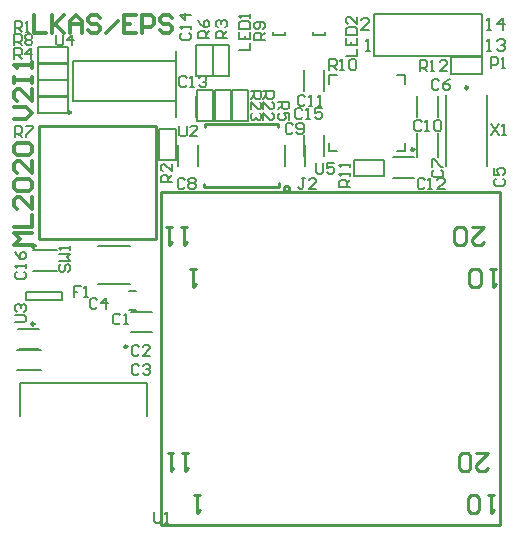
<source format=gto>
G04*
G04 #@! TF.GenerationSoftware,Altium Limited,Altium Designer,21.0.8 (223)*
G04*
G04 Layer_Color=65535*
%FSLAX25Y25*%
%MOIN*%
G70*
G04*
G04 #@! TF.SameCoordinates,AE60A7D3-7942-428E-9249-63F1B2AFBED3*
G04*
G04*
G04 #@! TF.FilePolarity,Positive*
G04*
G01*
G75*
%ADD10C,0.00984*%
%ADD11C,0.01000*%
%ADD12C,0.00787*%
%ADD13C,0.00600*%
%ADD14C,0.01200*%
D10*
X344190Y344807D02*
G03*
X344190Y344807I-492J0D01*
G01*
X362192Y365435D02*
G03*
X362192Y365435I-492J0D01*
G01*
X217652Y286648D02*
G03*
X217652Y286648I-492J0D01*
G01*
X229785Y357200D02*
G03*
X229785Y357200I-492J0D01*
G01*
X248626Y279084D02*
G03*
X248626Y279084I-492J0D01*
G01*
D11*
X302830Y331600D02*
G03*
X302830Y331600I-1000J0D01*
G01*
X218004Y312687D02*
G03*
X218004Y312687I-700J0D01*
G01*
X298930Y352300D02*
Y353200D01*
X274530D02*
X298930D01*
X274530Y352200D02*
Y353200D01*
X274330Y332400D02*
Y333300D01*
Y332400D02*
X299330D01*
Y333600D01*
X219216Y314914D02*
Y352688D01*
Y314914D02*
X258192D01*
X219216Y352688D02*
X258192D01*
Y314914D02*
Y352688D01*
X373011Y219772D02*
Y330772D01*
X260011Y219772D02*
X373011D01*
X260011D02*
Y330772D01*
X373011D01*
X371010Y229772D02*
X369011D01*
X370011D01*
Y223774D01*
X371010Y224774D01*
X366012D02*
X365012Y223774D01*
X363013D01*
X362013Y224774D01*
Y228773D01*
X363013Y229772D01*
X365012D01*
X366012Y228773D01*
Y224774D01*
X365012Y243772D02*
X369010D01*
X365012Y239774D01*
Y238774D01*
X366011Y237774D01*
X368011D01*
X369010Y238774D01*
X363012D02*
X362013Y237774D01*
X360013D01*
X359014Y238774D01*
Y242773D01*
X360013Y243772D01*
X362013D01*
X363012Y242773D01*
Y238774D01*
X269010Y243772D02*
X267011D01*
X268011D01*
Y237774D01*
X269010Y238774D01*
X264012Y243772D02*
X262013D01*
X263013D01*
Y237774D01*
X264012Y238774D01*
X273010Y229772D02*
X271011D01*
X272011D01*
Y223774D01*
X273010Y224774D01*
X271516Y304870D02*
X269517D01*
X270517D01*
Y298872D01*
X271516Y299872D01*
X268516Y318870D02*
X266517D01*
X267517D01*
Y312872D01*
X268516Y313872D01*
X263518Y318870D02*
X261519D01*
X262518D01*
Y312872D01*
X263518Y313872D01*
X363517Y318870D02*
X367516D01*
X363517Y314871D01*
Y313872D01*
X364517Y312872D01*
X366516D01*
X367516Y313872D01*
X361518D02*
X360518Y312872D01*
X358519D01*
X357519Y313872D01*
Y317870D01*
X358519Y318870D01*
X360518D01*
X361518Y317870D01*
Y313872D01*
X371516Y304870D02*
X369517D01*
X370516D01*
Y298872D01*
X371516Y299872D01*
X366518D02*
X365518Y298872D01*
X363519D01*
X362519Y299872D01*
Y303870D01*
X363519Y304870D01*
X365518D01*
X366518Y303870D01*
Y299872D01*
D12*
X338422Y369531D02*
X341139D01*
Y366815D02*
Y369531D01*
X315824D02*
X318540D01*
X315824Y366815D02*
Y369531D01*
Y344216D02*
Y346933D01*
Y344216D02*
X318540D01*
X338422D02*
X341139D01*
Y346933D01*
X218729Y362357D02*
X228965D01*
Y356845D02*
Y362357D01*
X218729Y356845D02*
Y362357D01*
Y356845D02*
X228965D01*
X218729Y368057D02*
X228965D01*
Y362545D02*
Y368057D01*
X218729Y362545D02*
Y368057D01*
Y362545D02*
X228965D01*
X218729Y373456D02*
X228965D01*
Y367944D02*
Y373456D01*
X218729Y367944D02*
Y373456D01*
Y367944D02*
X228965D01*
X218729Y379023D02*
X228965D01*
Y373511D02*
Y379023D01*
X218729Y373511D02*
Y379023D01*
Y373511D02*
X228965D01*
X283210Y354482D02*
Y364718D01*
X277698Y354482D02*
X283210D01*
X277698Y364718D02*
X283210D01*
X277698Y354482D02*
Y364718D01*
X314258Y342676D02*
Y349566D01*
X307554Y342655D02*
Y349545D01*
X330710Y376012D02*
X366891D01*
X330710Y389988D02*
X366891D01*
X330710Y376012D02*
Y389988D01*
X366891Y376012D02*
Y389988D01*
X310531Y382909D02*
Y384090D01*
X314469Y382909D02*
Y384090D01*
X310531Y382909D02*
X314469D01*
X297229D02*
Y384090D01*
X301166Y382909D02*
Y384090D01*
X297229Y382909D02*
X301166D01*
X356582Y375556D02*
X366818D01*
Y370044D02*
Y375556D01*
X356582Y370044D02*
Y375556D01*
Y370044D02*
X366818D01*
X345342Y355734D02*
Y362624D01*
X352046Y355755D02*
Y362645D01*
X352145Y342248D02*
Y350352D01*
X345255Y342248D02*
Y350352D01*
X354810Y339253D02*
Y362876D01*
X368590Y339253D02*
Y362876D01*
X314258Y364414D02*
Y371304D01*
X307554Y364393D02*
Y371283D01*
X337296Y342158D02*
X344186D01*
X337317Y335454D02*
X344207D01*
X324082Y341356D02*
X334318D01*
Y335844D02*
Y341356D01*
X324082Y335844D02*
Y341356D01*
Y335844D02*
X334318D01*
X301142Y339334D02*
Y346224D01*
X307846Y339355D02*
Y346245D01*
X265542Y339334D02*
Y346224D01*
X272247Y339355D02*
Y346245D01*
X217013Y311245D02*
X225116D01*
X217013Y304355D02*
X225116D01*
X249938Y283842D02*
X256828D01*
X249917Y290546D02*
X256807D01*
X212334Y284858D02*
X219224D01*
X212355Y278153D02*
X219245D01*
X271757Y354482D02*
Y364718D01*
X277269D01*
X271757Y354482D02*
X277269D01*
Y364718D01*
X277156Y369282D02*
Y379518D01*
X271644Y369282D02*
X277156D01*
X271644Y379518D02*
X277156D01*
X271644Y369282D02*
Y379518D01*
X288956Y354482D02*
Y364718D01*
X283444Y354482D02*
X288956D01*
X283444Y364718D02*
X288956D01*
X283444Y354482D02*
Y364718D01*
X282656Y369382D02*
Y379618D01*
X277144Y369382D02*
X282656D01*
X277144Y379618D02*
X282656D01*
X277144Y369382D02*
Y379618D01*
X259245Y341335D02*
Y351571D01*
X264757D01*
X259245Y341335D02*
X264757D01*
Y351571D01*
X214995Y294522D02*
X226805D01*
Y297278D01*
X214995D02*
X226805D01*
X214995Y294522D02*
Y297278D01*
X211848Y271255D02*
X219952D01*
X211848Y278145D02*
X219952D01*
X271558Y370876D02*
Y377766D01*
X264854Y370855D02*
Y377745D01*
X264842Y355796D02*
Y362686D01*
X271547Y355817D02*
Y362707D01*
X238983Y312678D02*
X249417D01*
X238983Y299922D02*
X249417D01*
X230376Y361098D02*
Y374247D01*
Y361098D02*
X264824D01*
X230376Y374247D02*
X264824D01*
Y361098D02*
Y374247D01*
X249026Y297650D02*
X251574D01*
X249026Y291350D02*
X251574D01*
X255063Y255856D02*
Y266880D01*
X212937D02*
X255063D01*
X212937Y255856D02*
Y266880D01*
D13*
X329123Y384575D02*
X326458D01*
X329123Y387241D01*
Y387907D01*
X328457Y388574D01*
X327124D01*
X326458Y387907D01*
X328032Y377488D02*
X329365D01*
X328699D01*
Y381487D01*
X328032Y380820D01*
X368387Y384575D02*
X369720D01*
X369053D01*
Y388574D01*
X368387Y387907D01*
X373718Y384575D02*
Y388574D01*
X371719Y386574D01*
X374385D01*
X368387Y377488D02*
X369720D01*
X369053D01*
Y381487D01*
X368387Y380820D01*
X371719D02*
X372385Y381487D01*
X373718D01*
X374385Y380820D01*
Y380154D01*
X373718Y379487D01*
X373052D01*
X373718D01*
X374385Y378821D01*
Y378155D01*
X373718Y377488D01*
X372385D01*
X371719Y378155D01*
X370001Y353399D02*
X372400Y349801D01*
Y353399D02*
X370001Y349801D01*
X373600D02*
X374799D01*
X374199D01*
Y353399D01*
X373600Y352800D01*
X211700Y304101D02*
X211101Y303501D01*
Y302301D01*
X211700Y301701D01*
X214100D01*
X214699Y302301D01*
Y303501D01*
X214100Y304101D01*
X214699Y305300D02*
Y306500D01*
Y305900D01*
X211101D01*
X211700Y305300D01*
X211101Y310699D02*
X211700Y309499D01*
X212900Y308299D01*
X214100D01*
X214699Y308899D01*
Y310099D01*
X214100Y310699D01*
X213500D01*
X212900Y310099D01*
Y308299D01*
X311501Y340299D02*
Y337300D01*
X312101Y336701D01*
X313300D01*
X313900Y337300D01*
Y340299D01*
X317499D02*
X315100D01*
Y338500D01*
X316299Y339100D01*
X316899D01*
X317499Y338500D01*
Y337300D01*
X316899Y336701D01*
X315700D01*
X315100Y337300D01*
X226600Y306501D02*
X226001Y305901D01*
Y304701D01*
X226600Y304101D01*
X227200D01*
X227800Y304701D01*
Y305901D01*
X228400Y306501D01*
X229000D01*
X229599Y305901D01*
Y304701D01*
X229000Y304101D01*
X226001Y307700D02*
X229599D01*
X228400Y308900D01*
X229599Y310099D01*
X226001D01*
X229599Y311299D02*
Y312499D01*
Y311899D01*
X226001D01*
X226600Y311299D01*
X346101Y370901D02*
Y374499D01*
X347901D01*
X348501Y373900D01*
Y372700D01*
X347901Y372100D01*
X346101D01*
X347301D02*
X348501Y370901D01*
X349700D02*
X350900D01*
X350300D01*
Y374499D01*
X349700Y373900D01*
X355099Y370901D02*
X352699D01*
X355099Y373300D01*
Y373900D01*
X354499Y374499D01*
X353299D01*
X352699Y373900D01*
X322899Y332301D02*
X319301D01*
Y334101D01*
X319900Y334700D01*
X321100D01*
X321700Y334101D01*
Y332301D01*
Y333501D02*
X322899Y334700D01*
Y335900D02*
Y337100D01*
Y336500D01*
X319301D01*
X319900Y335900D01*
X322899Y338899D02*
Y340099D01*
Y339499D01*
X319301D01*
X319900Y338899D01*
X315987Y371401D02*
Y374999D01*
X317787D01*
X318387Y374400D01*
Y373200D01*
X317787Y372600D01*
X315987D01*
X317187D02*
X318387Y371401D01*
X319586D02*
X320786D01*
X320186D01*
Y374999D01*
X319586Y374400D01*
X322585D02*
X323185Y374999D01*
X324384D01*
X324984Y374400D01*
Y372000D01*
X324384Y371401D01*
X323185D01*
X322585Y372000D01*
Y374400D01*
X294499Y381401D02*
X290901D01*
Y383200D01*
X291500Y383800D01*
X292700D01*
X293300Y383200D01*
Y381401D01*
Y382601D02*
X294499Y383800D01*
X293900Y385000D02*
X294499Y385600D01*
Y386799D01*
X293900Y387399D01*
X291500D01*
X290901Y386799D01*
Y385600D01*
X291500Y385000D01*
X292100D01*
X292700Y385600D01*
Y387399D01*
X369801Y371901D02*
Y375499D01*
X371600D01*
X372200Y374900D01*
Y373700D01*
X371600Y373100D01*
X369801D01*
X373400Y371901D02*
X374599D01*
X373999D01*
Y375499D01*
X373400Y374900D01*
X306975Y358074D02*
X306375Y358673D01*
X305175D01*
X304575Y358074D01*
Y355674D01*
X305175Y355075D01*
X306375D01*
X306975Y355674D01*
X308174Y355075D02*
X309374D01*
X308774D01*
Y358673D01*
X308174Y358074D01*
X313573Y358673D02*
X311173D01*
Y356874D01*
X312373Y357474D01*
X312973D01*
X313573Y356874D01*
Y355674D01*
X312973Y355075D01*
X311773D01*
X311173Y355674D01*
X252500Y279100D02*
X251900Y279699D01*
X250701D01*
X250101Y279100D01*
Y276700D01*
X250701Y276101D01*
X251900D01*
X252500Y276700D01*
X256099Y276101D02*
X253700D01*
X256099Y278500D01*
Y279100D01*
X255499Y279699D01*
X254300D01*
X253700Y279100D01*
X321501Y375902D02*
X325099D01*
Y378301D01*
X321501Y381900D02*
Y379501D01*
X325099D01*
Y381900D01*
X323300Y379501D02*
Y380701D01*
X321501Y383100D02*
X325099D01*
Y384899D01*
X324500Y385499D01*
X322100D01*
X321501Y384899D01*
Y383100D01*
X325099Y389098D02*
Y386699D01*
X322700Y389098D01*
X322100D01*
X321501Y388498D01*
Y387298D01*
X322100Y386699D01*
X285901Y377902D02*
X289499D01*
Y380301D01*
X285901Y383900D02*
Y381501D01*
X289499D01*
Y383900D01*
X287700Y381501D02*
Y382700D01*
X285901Y385100D02*
X289499D01*
Y386899D01*
X288900Y387499D01*
X286500D01*
X285901Y386899D01*
Y385100D01*
X289499Y388699D02*
Y389898D01*
Y389298D01*
X285901D01*
X286500Y388699D01*
X224901Y383099D02*
Y380100D01*
X225501Y379501D01*
X226700D01*
X227300Y380100D01*
Y383099D01*
X230299Y379501D02*
Y383099D01*
X228500Y381300D01*
X230899D01*
X211001Y379601D02*
Y383199D01*
X212800D01*
X213400Y382600D01*
Y381400D01*
X212800Y380800D01*
X211001D01*
X212201D02*
X213400Y379601D01*
X214600Y382600D02*
X215200Y383199D01*
X216399D01*
X216999Y382600D01*
Y382000D01*
X216399Y381400D01*
X216999Y380800D01*
Y380200D01*
X216399Y379601D01*
X215200D01*
X214600Y380200D01*
Y380800D01*
X215200Y381400D01*
X214600Y382000D01*
Y382600D01*
X215200Y381400D02*
X216399D01*
X281799Y381901D02*
X278201D01*
Y383700D01*
X278800Y384300D01*
X280000D01*
X280600Y383700D01*
Y381901D01*
Y383101D02*
X281799Y384300D01*
X278800Y385500D02*
X278201Y386100D01*
Y387299D01*
X278800Y387899D01*
X279400D01*
X280000Y387299D01*
Y386699D01*
Y387299D01*
X280600Y387899D01*
X281200D01*
X281799Y387299D01*
Y386100D01*
X281200Y385500D01*
X211101Y384101D02*
Y387699D01*
X212900D01*
X213500Y387100D01*
Y385900D01*
X212900Y385300D01*
X211101D01*
X212300D02*
X213500Y384101D01*
X214700D02*
X215899D01*
X215299D01*
Y387699D01*
X214700Y387100D01*
X275899Y381901D02*
X272301D01*
Y383700D01*
X272900Y384300D01*
X274100D01*
X274700Y383700D01*
Y381901D01*
Y383101D02*
X275899Y384300D01*
X272301Y387899D02*
X272900Y386699D01*
X274100Y385500D01*
X275300D01*
X275899Y386100D01*
Y387299D01*
X275300Y387899D01*
X274700D01*
X274100Y387299D01*
Y385500D01*
X266800Y383701D02*
X266201Y383101D01*
Y381901D01*
X266800Y381301D01*
X269200D01*
X269799Y381901D01*
Y383101D01*
X269200Y383701D01*
X269799Y384900D02*
Y386100D01*
Y385500D01*
X266201D01*
X266800Y384900D01*
X269799Y389699D02*
X266201D01*
X268000Y387899D01*
Y390299D01*
X346701Y354100D02*
X346101Y354699D01*
X344901D01*
X344302Y354100D01*
Y351700D01*
X344901Y351101D01*
X346101D01*
X346701Y351700D01*
X347900Y351101D02*
X349100D01*
X348500D01*
Y354699D01*
X347900Y354100D01*
X350899D02*
X351499Y354699D01*
X352699D01*
X353298Y354100D01*
Y351700D01*
X352699Y351101D01*
X351499D01*
X350899Y351700D01*
Y354100D01*
X303800Y353000D02*
X303200Y353599D01*
X302001D01*
X301401Y353000D01*
Y350600D01*
X302001Y350001D01*
X303200D01*
X303800Y350600D01*
X305000D02*
X305600Y350001D01*
X306799D01*
X307399Y350600D01*
Y353000D01*
X306799Y353599D01*
X305600D01*
X305000Y353000D01*
Y352400D01*
X305600Y351800D01*
X307399D01*
X307901Y362400D02*
X307301Y362999D01*
X306101D01*
X305501Y362400D01*
Y360000D01*
X306101Y359401D01*
X307301D01*
X307901Y360000D01*
X309100Y359401D02*
X310300D01*
X309700D01*
Y362999D01*
X309100Y362400D01*
X312099Y359401D02*
X313299D01*
X312699D01*
Y362999D01*
X312099Y362400D01*
X211001Y375001D02*
Y378599D01*
X212800D01*
X213400Y378000D01*
Y376800D01*
X212800Y376200D01*
X211001D01*
X212201D02*
X213400Y375001D01*
X216399D02*
Y378599D01*
X214600Y376800D01*
X216999D01*
X263399Y333901D02*
X259801D01*
Y335700D01*
X260400Y336300D01*
X261600D01*
X262200Y335700D01*
Y333901D01*
Y335101D02*
X263399Y336300D01*
Y339899D02*
Y337500D01*
X261000Y339899D01*
X260400D01*
X259801Y339299D01*
Y338100D01*
X260400Y337500D01*
X211101Y348901D02*
Y352499D01*
X212900D01*
X213500Y351900D01*
Y350700D01*
X212900Y350100D01*
X211101D01*
X212301D02*
X213500Y348901D01*
X214700Y352499D02*
X217099D01*
Y351900D01*
X214700Y349500D01*
Y348901D01*
X299001Y360607D02*
X302599D01*
Y358807D01*
X302000Y358208D01*
X300800D01*
X300200Y358807D01*
Y360607D01*
Y359407D02*
X299001Y358208D01*
X302599Y354609D02*
Y357008D01*
X300800D01*
X301400Y355808D01*
Y355209D01*
X300800Y354609D01*
X299600D01*
X299001Y355209D01*
Y356408D01*
X299600Y357008D01*
X268410Y368681D02*
X267810Y369281D01*
X266611D01*
X266011Y368681D01*
Y366282D01*
X266611Y365682D01*
X267810D01*
X268410Y366282D01*
X269610Y365682D02*
X270809D01*
X270210D01*
Y369281D01*
X269610Y368681D01*
X272609D02*
X273209Y369281D01*
X274408D01*
X275008Y368681D01*
Y368081D01*
X274408Y367481D01*
X273808D01*
X274408D01*
X275008Y366881D01*
Y366282D01*
X274408Y365682D01*
X273209D01*
X272609Y366282D01*
X211301Y287201D02*
X214300D01*
X214899Y287801D01*
Y289000D01*
X214300Y289600D01*
X211301D01*
X211900Y290800D02*
X211301Y291400D01*
Y292599D01*
X211900Y293199D01*
X212500D01*
X213100Y292599D01*
Y291999D01*
Y292599D01*
X213700Y293199D01*
X214300D01*
X214899Y292599D01*
Y291400D01*
X214300Y290800D01*
X266004Y352799D02*
Y349800D01*
X266604Y349201D01*
X267804D01*
X268404Y349800D01*
Y352799D01*
X272003Y349201D02*
X269603D01*
X272003Y351600D01*
Y352200D01*
X271403Y352799D01*
X270203D01*
X269603Y352200D01*
X257501Y223899D02*
Y220900D01*
X258101Y220301D01*
X259300D01*
X259900Y220900D01*
Y223899D01*
X261100Y220301D02*
X262299D01*
X261699D01*
Y223899D01*
X261100Y223300D01*
X289701Y364206D02*
X293299D01*
Y362406D01*
X292700Y361807D01*
X291500D01*
X290900Y362406D01*
Y364206D01*
Y363006D02*
X289701Y361807D01*
Y358208D02*
Y360607D01*
X292100Y358208D01*
X292700D01*
X293299Y358807D01*
Y360007D01*
X292700Y360607D01*
Y357008D02*
X293299Y356408D01*
Y355209D01*
X292700Y354609D01*
X292100D01*
X291500Y355209D01*
Y355808D01*
Y355209D01*
X290900Y354609D01*
X290300D01*
X289701Y355209D01*
Y356408D01*
X290300Y357008D01*
X293801Y364206D02*
X297399D01*
Y362406D01*
X296800Y361807D01*
X295600D01*
X295000Y362406D01*
Y364206D01*
Y363006D02*
X293801Y361807D01*
Y358208D02*
Y360607D01*
X296200Y358208D01*
X296800D01*
X297399Y358807D01*
Y360007D01*
X296800Y360607D01*
X293801Y354609D02*
Y357008D01*
X296200Y354609D01*
X296800D01*
X297399Y355209D01*
Y356408D01*
X296800Y357008D01*
X307900Y335299D02*
X306701D01*
X307300D01*
Y332300D01*
X306701Y331701D01*
X306101D01*
X305501Y332300D01*
X311499Y331701D02*
X309100D01*
X311499Y334100D01*
Y334700D01*
X310899Y335299D01*
X309700D01*
X309100Y334700D01*
X233100Y299199D02*
X230701D01*
Y297400D01*
X231900D01*
X230701D01*
Y295601D01*
X234300D02*
X235499D01*
X234899D01*
Y299199D01*
X234300Y298600D01*
X347801Y334700D02*
X347201Y335299D01*
X346001D01*
X345402Y334700D01*
Y332300D01*
X346001Y331701D01*
X347201D01*
X347801Y332300D01*
X349000Y331701D02*
X350200D01*
X349600D01*
Y335299D01*
X349000Y334700D01*
X354398Y331701D02*
X351999D01*
X354398Y334100D01*
Y334700D01*
X353799Y335299D01*
X352599D01*
X351999Y334700D01*
X267800Y334800D02*
X267200Y335399D01*
X266001D01*
X265401Y334800D01*
Y332400D01*
X266001Y331801D01*
X267200D01*
X267800Y332400D01*
X269000Y334800D02*
X269600Y335399D01*
X270799D01*
X271399Y334800D01*
Y334200D01*
X270799Y333600D01*
X271399Y333000D01*
Y332400D01*
X270799Y331801D01*
X269600D01*
X269000Y332400D01*
Y333000D01*
X269600Y333600D01*
X269000Y334200D01*
Y334800D01*
X269600Y333600D02*
X270799D01*
X350900Y337900D02*
X350301Y337300D01*
Y336101D01*
X350900Y335501D01*
X353300D01*
X353899Y336101D01*
Y337300D01*
X353300Y337900D01*
X350301Y339100D02*
Y341499D01*
X350900D01*
X353300Y339100D01*
X353899D01*
X352600Y367700D02*
X352000Y368299D01*
X350801D01*
X350201Y367700D01*
Y365300D01*
X350801Y364701D01*
X352000D01*
X352600Y365300D01*
X356199Y368299D02*
X354999Y367700D01*
X353800Y366500D01*
Y365300D01*
X354400Y364701D01*
X355599D01*
X356199Y365300D01*
Y365900D01*
X355599Y366500D01*
X353800D01*
X371400Y335100D02*
X370801Y334500D01*
Y333301D01*
X371400Y332701D01*
X373800D01*
X374399Y333301D01*
Y334500D01*
X373800Y335100D01*
X370801Y338699D02*
Y336300D01*
X372600D01*
X372000Y337499D01*
Y338099D01*
X372600Y338699D01*
X373800D01*
X374399Y338099D01*
Y336900D01*
X373800Y336300D01*
X238500Y294700D02*
X237900Y295299D01*
X236701D01*
X236101Y294700D01*
Y292300D01*
X236701Y291701D01*
X237900D01*
X238500Y292300D01*
X241499Y291701D02*
Y295299D01*
X239700Y293500D01*
X242099D01*
X252600Y272700D02*
X252000Y273299D01*
X250801D01*
X250201Y272700D01*
Y270300D01*
X250801Y269701D01*
X252000D01*
X252600Y270300D01*
X253800Y272700D02*
X254400Y273299D01*
X255599D01*
X256199Y272700D01*
Y272100D01*
X255599Y271500D01*
X254999D01*
X255599D01*
X256199Y270900D01*
Y270300D01*
X255599Y269701D01*
X254400D01*
X253800Y270300D01*
X246300Y289500D02*
X245700Y290099D01*
X244501D01*
X243901Y289500D01*
Y287100D01*
X244501Y286501D01*
X245700D01*
X246300Y287100D01*
X247500Y286501D02*
X248699D01*
X248099D01*
Y290099D01*
X247500Y289500D01*
D14*
X216900Y312900D02*
X210902D01*
X212901Y314899D01*
X210902Y316899D01*
X216900D01*
X210902Y318898D02*
X216900D01*
Y322897D01*
Y328895D02*
Y324896D01*
X212901Y328895D01*
X211902D01*
X210902Y327895D01*
Y325896D01*
X211902Y324896D01*
Y330894D02*
X210902Y331894D01*
Y333893D01*
X211902Y334893D01*
X215900D01*
X216900Y333893D01*
Y331894D01*
X215900Y330894D01*
X211902D01*
X216900Y340891D02*
Y336892D01*
X212901Y340891D01*
X211902D01*
X210902Y339891D01*
Y337892D01*
X211902Y336892D01*
Y342890D02*
X210902Y343890D01*
Y345889D01*
X211902Y346889D01*
X215900D01*
X216900Y345889D01*
Y343890D01*
X215900Y342890D01*
X211902D01*
X210902Y354886D02*
X214901D01*
X216900Y356886D01*
X214901Y358885D01*
X210902D01*
X216900Y364883D02*
Y360884D01*
X212901Y364883D01*
X211902D01*
X210902Y363883D01*
Y361884D01*
X211902Y360884D01*
X210902Y366882D02*
Y368882D01*
Y367882D01*
X216900D01*
Y366882D01*
Y368882D01*
Y371881D02*
Y373880D01*
Y372881D01*
X210902D01*
X211902Y371881D01*
X217600Y389798D02*
Y383800D01*
X221599D01*
X223598Y389798D02*
Y383800D01*
Y385799D01*
X227597Y389798D01*
X224598Y386799D01*
X227597Y383800D01*
X229596D02*
Y387799D01*
X231595Y389798D01*
X233595Y387799D01*
Y383800D01*
Y386799D01*
X229596D01*
X239593Y388798D02*
X238593Y389798D01*
X236594D01*
X235594Y388798D01*
Y387799D01*
X236594Y386799D01*
X238593D01*
X239593Y385799D01*
Y384800D01*
X238593Y383800D01*
X236594D01*
X235594Y384800D01*
X241592Y383800D02*
X245591Y387799D01*
X251589Y389798D02*
X247590D01*
Y383800D01*
X251589D01*
X247590Y386799D02*
X249590D01*
X253588Y383800D02*
Y389798D01*
X256587D01*
X257587Y388798D01*
Y386799D01*
X256587Y385799D01*
X253588D01*
X263585Y388798D02*
X262585Y389798D01*
X260586D01*
X259586Y388798D01*
Y387799D01*
X260586Y386799D01*
X262585D01*
X263585Y385799D01*
Y384800D01*
X262585Y383800D01*
X260586D01*
X259586Y384800D01*
M02*

</source>
